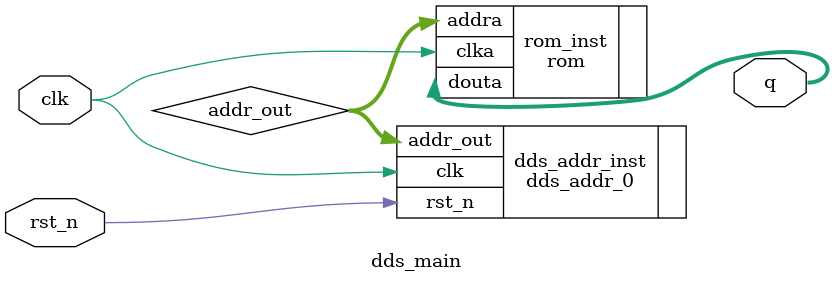
<source format=v>
`timescale 1ns / 1ps
module dds_main (clk, rst_n, q);
       input clk, rst_n;   //ÏµÍ³Ê±ÖÓ¸´Î»
       output [7:0] q;     //Êä³ö²¨ÐÎÊý¾Ý
       wire [7:0] addr_out;  //8Î»µØÖ·£¬¶ÔÓ¦µ½ROMÄÚµÄÊý¾Ý       
    
        /*****ÏàÎ»ÀÛ¼ÓÆ÷Ä£¿é*****/   
      dds_addr_0 dds_addr_inst (
         .clk(clk),            // input wire clk
         .rst_n(rst_n),        // input wire rst_n
         .addr_out(addr_out)  // output wire [7 : 0] addr_out
       );  

   /*****²¨ÐÎÊý¾ÝÄ£¿é*****/       
      rom rom_inst (
        .clka(clk),    // input wire clka
        .addra(addr_out),  // input wire [7 : 0] addra
        .douta(q)  // output wire [7 : 0] douta
      );
endmodule 
</source>
